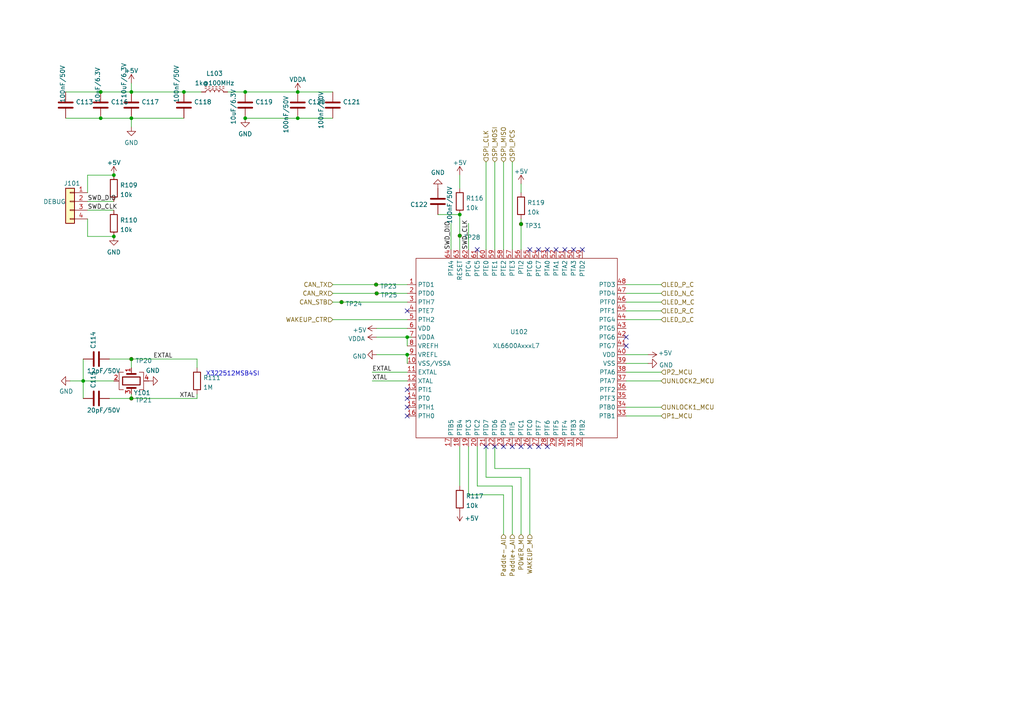
<source format=kicad_sch>
(kicad_sch (version 20211123) (generator eeschema)
  (paper "A4")
  (lib_symbols
    (symbol "C_1" (pin_numbers hide) (pin_names (offset 0.254))
      (property "Reference" "C" (at 0.635 2.54 0))
      (property "Value" "C_1" (at 0.635 -2.54 0))
      (symbol "C_1_0_1"
        (polyline (pts (xy -2.032 -0.762) (xy 2.032 -0.762)) (stroke (width 0.508)))
        (polyline (pts (xy -2.032 0.762) (xy 2.032 0.762)) (stroke (width 0.508)))
      )
      (symbol "C_1_1_1"
        (pin passive line (at 0 3.81 270) (length 2.794) (name "~") (number "1"))
        (pin passive line (at 0 -3.81 90) (length 2.794) (name "~") (number "2"))
      )
    )
    (symbol "C_2" (pin_numbers hide) (pin_names (offset 0.254))
      (property "Reference" "C" (at 0.635 2.54 0))
      (property "Value" "C_2" (at 0.635 -2.54 0))
      (symbol "C_2_0_1"
        (polyline (pts (xy -2.032 -0.762) (xy 2.032 -0.762)) (stroke (width 0.508)))
        (polyline (pts (xy -2.032 0.762) (xy 2.032 0.762)) (stroke (width 0.508)))
      )
      (symbol "C_2_1_1"
        (pin passive line (at 0 3.81 270) (length 2.794) (name "~") (number "1"))
        (pin passive line (at 0 -3.81 90) (length 2.794) (name "~") (number "2"))
      )
    )
    (symbol "C_3" (pin_numbers hide) (pin_names (offset 0.254))
      (property "Reference" "C" (at 0.635 2.54 0))
      (property "Value" "C_3" (at 0.635 -2.54 0))
      (symbol "C_3_0_1"
        (polyline (pts (xy -2.032 -0.762) (xy 2.032 -0.762)) (stroke (width 0.508)))
        (polyline (pts (xy -2.032 0.762) (xy 2.032 0.762)) (stroke (width 0.508)))
      )
      (symbol "C_3_1_1"
        (pin passive line (at 0 3.81 270) (length 2.794) (name "~") (number "1"))
        (pin passive line (at 0 -3.81 90) (length 2.794) (name "~") (number "2"))
      )
    )
    (symbol "C_4" (pin_numbers hide) (pin_names (offset 0.254))
      (property "Reference" "C" (at 0.635 2.54 0))
      (property "Value" "C_4" (at 0.635 -2.54 0))
      (symbol "C_4_0_1"
        (polyline (pts (xy -2.032 -0.762) (xy 2.032 -0.762)) (stroke (width 0.508)))
        (polyline (pts (xy -2.032 0.762) (xy 2.032 0.762)) (stroke (width 0.508)))
      )
      (symbol "C_4_1_1"
        (pin passive line (at 0 3.81 270) (length 2.794) (name "~") (number "1"))
        (pin passive line (at 0 -3.81 90) (length 2.794) (name "~") (number "2"))
      )
    )
    (symbol "C_5" (pin_numbers hide) (pin_names (offset 0.254))
      (property "Reference" "C" (at 0.635 2.54 0))
      (property "Value" "C_5" (at 0.635 -2.54 0))
      (symbol "C_5_0_1"
        (polyline (pts (xy -2.032 -0.762) (xy 2.032 -0.762)) (stroke (width 0.508)))
        (polyline (pts (xy -2.032 0.762) (xy 2.032 0.762)) (stroke (width 0.508)))
      )
      (symbol "C_5_1_1"
        (pin passive line (at 0 3.81 270) (length 2.794) (name "~") (number "1"))
        (pin passive line (at 0 -3.81 90) (length 2.794) (name "~") (number "2"))
      )
    )
    (symbol "C_6" (pin_numbers hide) (pin_names (offset 0.254))
      (property "Reference" "C" (at 0.635 2.54 0))
      (property "Value" "C_6" (at 0.635 -2.54 0))
      (symbol "C_6_0_1"
        (polyline (pts (xy -2.032 -0.762) (xy 2.032 -0.762)) (stroke (width 0.508)))
        (polyline (pts (xy -2.032 0.762) (xy 2.032 0.762)) (stroke (width 0.508)))
      )
      (symbol "C_6_1_1"
        (pin passive line (at 0 3.81 270) (length 2.794) (name "~") (number "1"))
        (pin passive line (at 0 -3.81 90) (length 2.794) (name "~") (number "2"))
      )
    )
    (symbol "C_7" (pin_numbers hide) (pin_names (offset 0.254))
      (property "Reference" "C" (at 0.635 2.54 0))
      (property "Value" "C_7" (at 0.635 -2.54 0))
      (symbol "C_7_0_1"
        (polyline (pts (xy -2.032 -0.762) (xy 2.032 -0.762)) (stroke (width 0.508)))
        (polyline (pts (xy -2.032 0.762) (xy 2.032 0.762)) (stroke (width 0.508)))
      )
      (symbol "C_7_1_1"
        (pin passive line (at 0 3.81 270) (length 2.794) (name "~") (number "1"))
        (pin passive line (at 0 -3.81 90) (length 2.794) (name "~") (number "2"))
      )
    )
    (symbol "C_8" (pin_numbers hide) (pin_names (offset 0.254))
      (property "Reference" "C" (at 0.635 2.54 0))
      (property "Value" "C_8" (at 0.635 -2.54 0))
      (symbol "C_8_0_1"
        (polyline (pts (xy -2.032 -0.762) (xy 2.032 -0.762)) (stroke (width 0.508)))
        (polyline (pts (xy -2.032 0.762) (xy 2.032 0.762)) (stroke (width 0.508)))
      )
      (symbol "C_8_1_1"
        (pin passive line (at 0 3.81 270) (length 2.794) (name "~") (number "1"))
        (pin passive line (at 0 -3.81 90) (length 2.794) (name "~") (number "2"))
      )
    )
    (symbol "C_9" (pin_numbers hide) (pin_names (offset 0.254))
      (property "Reference" "C" (at 0.635 2.54 0))
      (property "Value" "C_9" (at 0.635 -2.54 0))
      (symbol "C_9_0_1"
        (polyline (pts (xy -2.032 -0.762) (xy 2.032 -0.762)) (stroke (width 0.508)))
        (polyline (pts (xy -2.032 0.762) (xy 2.032 0.762)) (stroke (width 0.508)))
      )
      (symbol "C_9_1_1"
        (pin passive line (at 0 3.81 270) (length 2.794) (name "~") (number "1"))
        (pin passive line (at 0 -3.81 90) (length 2.794) (name "~") (number "2"))
      )
    )
    (symbol "Connector:TestPoint_Small" (pin_numbers hide) (pin_names (offset 0.762) hide)
      (property "Reference" "TP" (at 0 3.81 0))
      (property "Value" "TestPoint_Small" (at 0 2.032 0))
      (symbol "TestPoint_Small_0_1"
        (circle (center 0 0) (radius 0.508))
      )
      (symbol "TestPoint_Small_1_1"
        (pin passive line (at 0 0 90) (length 0) (name "1") (number "1"))
      )
    )
    (symbol "Connector_Generic:Conn_01x04" (pin_names (offset 1.016) hide)
      (property "Reference" "J" (at 0 5.08 0))
      (property "Value" "Conn_01x04" (at 0 -7.62 0))
      (symbol "Conn_01x04_1_1"
        (rectangle (start -1.27 -4.953) (end 0 -5.207) (stroke (width 0.1524)))
        (rectangle (start -1.27 -2.413) (end 0 -2.667) (stroke (width 0.1524)))
        (rectangle (start -1.27 0.127) (end 0 -0.127) (stroke (width 0.1524)))
        (rectangle (start -1.27 2.667) (end 0 2.413) (stroke (width 0.1524)))
        (rectangle (start -1.27 3.81) (end 1.27 -6.35) (stroke (width 0.254)) (fill (type background)))
        (pin passive line (at -5.08 2.54 0) (length 3.81) (name "Pin_1") (number "1"))
        (pin passive line (at -5.08 0 0) (length 3.81) (name "Pin_2") (number "2"))
        (pin passive line (at -5.08 -2.54 0) (length 3.81) (name "Pin_3") (number "3"))
        (pin passive line (at -5.08 -5.08 0) (length 3.81) (name "Pin_4") (number "4"))
      )
    )
    (symbol "Device:C" (pin_numbers hide) (pin_names (offset 0.254))
      (property "Reference" "C" (at 0.635 2.54 0))
      (property "Value" "C" (at 0.635 -2.54 0))
      (symbol "C_0_1"
        (polyline (pts (xy -2.032 -0.762) (xy 2.032 -0.762)) (stroke (width 0.508)))
        (polyline (pts (xy -2.032 0.762) (xy 2.032 0.762)) (stroke (width 0.508)))
      )
      (symbol "C_1_1"
        (pin passive line (at 0 3.81 270) (length 2.794) (name "~") (number "1"))
        (pin passive line (at 0 -3.81 90) (length 2.794) (name "~") (number "2"))
      )
    )
    (symbol "Device:Crystal_GND24" (pin_names (offset 1.016) hide)
      (property "Reference" "Y" (at 3.175 5.08 0))
      (property "Value" "Crystal_GND24" (at 3.175 3.175 0))
      (symbol "Crystal_GND24_0_1"
        (rectangle (start -1.143 2.54) (end 1.143 -2.54) (stroke (width 0.3048)))
        (polyline (pts (xy -2.54 0) (xy -2.032 0)))
        (polyline (pts (xy -2.032 -1.27) (xy -2.032 1.27)) (stroke (width 0.508)))
        (polyline (pts (xy 0 -3.81) (xy 0 -3.556)))
        (polyline (pts (xy 0 3.556) (xy 0 3.81)))
        (polyline (pts (xy 2.032 -1.27) (xy 2.032 1.27)) (stroke (width 0.508)))
        (polyline (pts (xy 2.032 0) (xy 2.54 0)))
        (polyline (pts (xy -2.54 -2.286) (xy -2.54 -3.556) (xy 2.54 -3.556) (xy 2.54 -2.286)))
        (polyline (pts (xy -2.54 2.286) (xy -2.54 3.556) (xy 2.54 3.556) (xy 2.54 2.286)))
      )
      (symbol "Crystal_GND24_1_1"
        (pin passive line (at -3.81 0 0) (length 1.27) (name "1") (number "1"))
        (pin passive line (at 0 5.08 270) (length 1.27) (name "2") (number "2"))
        (pin passive line (at 3.81 0 180) (length 1.27) (name "3") (number "3"))
        (pin passive line (at 0 -5.08 90) (length 1.27) (name "4") (number "4"))
      )
    )
    (symbol "Device:L_Ferrite" (pin_numbers hide) (pin_names (offset 1.016) hide)
      (property "Reference" "L" (at -1.27 0 90))
      (property "Value" "L_Ferrite" (at 2.794 0 90))
      (symbol "L_Ferrite_0_1"
        (arc (start 0 -2.54) (mid 0.635 -1.905) (end 0 -1.27))
        (arc (start 0 -1.27) (mid 0.635 -0.635) (end 0 0))
        (polyline (pts (xy 1.016 -2.794) (xy 1.016 -2.286)))
        (polyline (pts (xy 1.016 -1.778) (xy 1.016 -1.27)))
        (polyline (pts (xy 1.016 -0.762) (xy 1.016 -0.254)))
        (polyline (pts (xy 1.016 0.254) (xy 1.016 0.762)))
        (polyline (pts (xy 1.016 1.27) (xy 1.016 1.778)))
        (polyline (pts (xy 1.016 2.286) (xy 1.016 2.794)))
        (polyline (pts (xy 1.524 -2.286) (xy 1.524 -2.794)))
        (polyline (pts (xy 1.524 -1.27) (xy 1.524 -1.778)))
        (polyline (pts (xy 1.524 -0.254) (xy 1.524 -0.762)))
        (polyline (pts (xy 1.524 0.762) (xy 1.524 0.254)))
        (polyline (pts (xy 1.524 1.778) (xy 1.524 1.27)))
        (polyline (pts (xy 1.524 2.794) (xy 1.524 2.286)))
        (arc (start 0 0) (mid 0.635 0.635) (end 0 1.27))
        (arc (start 0 1.27) (mid 0.635 1.905) (end 0 2.54))
      )
      (symbol "L_Ferrite_1_1"
        (pin passive line (at 0 3.81 270) (length 1.27) (name "1") (number "1"))
        (pin passive line (at 0 -3.81 90) (length 1.27) (name "2") (number "2"))
      )
    )
    (symbol "Device:R" (pin_numbers hide) (pin_names (offset 0))
      (property "Reference" "R" (at 2.032 0 90))
      (property "Value" "R" (at 0 0 90))
      (symbol "R_0_1"
        (rectangle (start -1.016 -2.54) (end 1.016 2.54) (stroke (width 0.254)))
      )
      (symbol "R_1_1"
        (pin passive line (at 0 3.81 270) (length 1.27) (name "~") (number "1"))
        (pin passive line (at 0 -3.81 90) (length 1.27) (name "~") (number "2"))
      )
    )
    (symbol "GODPP:XL6600AxxxL7"
      (property "Reference" "U" (at 0 3.81 0))
      (property "Value" "XL6600AxxxL7" (at 0 -1.27 0))
      (symbol "XL6600AxxxL7_0_0"
        (pin power_out line (at -31.75 -5.08 0) (length 2.54) (name "VSS/VSSA") (number "10"))
        (pin bidirectional line (at -31.75 -7.62 0) (length 2.54) (name "EXTAL") (number "11"))
        (pin bidirectional line (at -31.75 -10.16 0) (length 2.54) (name "XTAL") (number "12"))
        (pin bidirectional line (at -31.75 -12.7 0) (length 2.54) (name "PTI1") (number "13"))
        (pin bidirectional line (at -31.75 -15.24 0) (length 2.54) (name "PT0") (number "14"))
        (pin bidirectional line (at -31.75 -17.78 0) (length 2.54) (name "PTH1") (number "15"))
        (pin bidirectional line (at -31.75 -20.32 0) (length 2.54) (name "PTH0") (number "16"))
        (pin bidirectional line (at -19.05 -29.21 90) (length 2.54) (name "PTB5") (number "17"))
        (pin bidirectional line (at -16.51 -29.21 90) (length 2.54) (name "PTB4") (number "18"))
        (pin bidirectional line (at -13.97 -29.21 90) (length 2.54) (name "PTC3") (number "19"))
        (pin bidirectional line (at -11.43 -29.21 90) (length 2.54) (name "PTC2") (number "20"))
        (pin bidirectional line (at -8.89 -29.21 90) (length 2.54) (name "PTD7") (number "21"))
        (pin bidirectional line (at -6.35 -29.21 90) (length 2.54) (name "PTD6") (number "22"))
        (pin bidirectional line (at -3.81 -29.21 90) (length 2.54) (name "PTD5") (number "23"))
        (pin bidirectional line (at -1.27 -29.21 90) (length 2.54) (name "PTI5") (number "24"))
        (pin bidirectional line (at 1.27 -29.21 90) (length 2.54) (name "PTC1") (number "25"))
        (pin bidirectional line (at 3.81 -29.21 90) (length 2.54) (name "PTC0") (number "26"))
        (pin bidirectional line (at 6.35 -29.21 90) (length 2.54) (name "PTF7") (number "27"))
        (pin bidirectional line (at 8.89 -29.21 90) (length 2.54) (name "PTF6") (number "28"))
        (pin bidirectional line (at 11.43 -29.21 90) (length 2.54) (name "PTF5") (number "29"))
        (pin bidirectional line (at 13.97 -29.21 90) (length 2.54) (name "PTF4") (number "30"))
        (pin bidirectional line (at 16.51 -29.21 90) (length 2.54) (name "PTB3") (number "31"))
        (pin bidirectional line (at 19.05 -29.21 90) (length 2.54) (name "PTB2") (number "32"))
        (pin bidirectional line (at 31.75 -17.78 180) (length 2.54) (name "PTB0") (number "34"))
        (pin bidirectional line (at 31.75 -15.24 180) (length 2.54) (name "PTF3") (number "35"))
        (pin bidirectional line (at 31.75 -12.7 180) (length 2.54) (name "PTF2") (number "36"))
        (pin bidirectional line (at 31.75 -10.16 180) (length 2.54) (name "PTA7") (number "37"))
        (pin bidirectional line (at 31.75 -7.62 180) (length 2.54) (name "PTA6") (number "38"))
        (pin power_out line (at 31.75 -5.08 180) (length 2.54) (name "VSS") (number "39"))
        (pin power_in line (at 31.75 -2.54 180) (length 2.54) (name "VDD") (number "40"))
        (pin bidirectional line (at 31.75 0 180) (length 2.54) (name "PTG7") (number "41"))
        (pin bidirectional line (at 31.75 2.54 180) (length 2.54) (name "PTG6") (number "42"))
        (pin bidirectional line (at 31.75 5.08 180) (length 2.54) (name "PTG5") (number "43"))
        (pin bidirectional line (at 31.75 7.62 180) (length 2.54) (name "PTG4") (number "44"))
        (pin bidirectional line (at 31.75 10.16 180) (length 2.54) (name "PTF1") (number "45"))
        (pin bidirectional line (at 31.75 12.7 180) (length 2.54) (name "PTF0") (number "46"))
        (pin bidirectional line (at 31.75 15.24 180) (length 2.54) (name "PTD4") (number "47"))
        (pin bidirectional line (at 31.75 17.78 180) (length 2.54) (name "PTD3") (number "48"))
        (pin bidirectional line (at -31.75 7.62 0) (length 2.54) (name "PTH2") (number "5"))
        (pin bidirectional line (at 16.51 27.94 270) (length 2.54) (name "PTA3") (number "50"))
        (pin bidirectional line (at 13.97 27.94 270) (length 2.54) (name "PTA2") (number "51"))
        (pin bidirectional line (at 11.43 27.94 270) (length 2.54) (name "PTA1") (number "52"))
        (pin bidirectional line (at 8.89 27.94 270) (length 2.54) (name "PTA0") (number "53"))
        (pin bidirectional line (at 6.35 27.94 270) (length 2.54) (name "PTC7") (number "54"))
        (pin bidirectional line (at 3.81 27.94 270) (length 2.54) (name "PTC6") (number "55"))
        (pin bidirectional line (at 1.27 27.94 270) (length 2.54) (name "PTI2") (number "56"))
        (pin bidirectional line (at -1.27 27.94 270) (length 2.54) (name "PTE3") (number "57"))
        (pin bidirectional line (at -3.81 27.94 270) (length 2.54) (name "PTE2") (number "58"))
        (pin bidirectional line (at -6.35 27.94 270) (length 2.54) (name "PTE1") (number "59"))
        (pin power_in line (at -31.75 5.08 0) (length 2.54) (name "VDD") (number "6"))
        (pin bidirectional line (at -8.89 27.94 270) (length 2.54) (name "PTE0") (number "60"))
        (pin bidirectional line (at -11.43 27.94 270) (length 2.54) (name "PTC5") (number "61"))
        (pin bidirectional line (at -13.97 27.94 270) (length 2.54) (name "PTC4") (number "62"))
        (pin bidirectional line (at -16.51 27.94 270) (length 2.54) (name "RESET") (number "63"))
        (pin bidirectional line (at -19.05 27.94 270) (length 2.54) (name "PTA4") (number "64"))
        (pin power_in line (at -31.75 2.54 0) (length 2.54) (name "VDDA") (number "7"))
        (pin power_in line (at -31.75 0 0) (length 2.54) (name "VREFH") (number "8"))
        (pin power_out line (at -31.75 -2.54 0) (length 2.54) (name "VREFL") (number "9"))
      )
      (symbol "XL6600AxxxL7_0_1"
        (rectangle (start -29.21 25.4) (end 29.21 -26.67) (stroke (width 0.1524)))
      )
      (symbol "XL6600AxxxL7_1_1"
        (pin bidirectional line (at -31.75 17.78 0) (length 2.54) (name "PTD1") (number "1"))
        (pin bidirectional line (at -31.75 15.24 0) (length 2.54) (name "PTD0") (number "2"))
        (pin bidirectional line (at -31.75 12.7 0) (length 2.54) (name "PTH7") (number "3"))
        (pin bidirectional line (at 31.75 -20.32 180) (length 2.54) (name "PTB1") (number "33"))
        (pin bidirectional line (at -31.75 10.16 0) (length 2.54) (name "PTE7") (number "4"))
        (pin bidirectional line (at 19.05 27.94 270) (length 2.54) (name "PTD2") (number "49"))
      )
    )
    (symbol "power:+5V" (power) (pin_names (offset 0))
      (property "Value" "+5V" (at 0 3.556 0))
      (symbol "+5V_0_1"
        (polyline (pts (xy -0.762 1.27) (xy 0 2.54)))
        (polyline (pts (xy 0 0) (xy 0 2.54)))
        (polyline (pts (xy 0 2.54) (xy 0.762 1.27)))
      )
      (symbol "+5V_1_1"
        (pin power_in line (at 0 0 90) (length 0) hide (name "+5V") (number "1"))
      )
    )
    (symbol "power:GND" (power) (pin_names (offset 0))
      (property "Value" "GND" (at 0 -3.81 0))
      (symbol "GND_0_1"
        (polyline (pts (xy 0 0) (xy 0 -1.27) (xy 1.27 -1.27) (xy 0 -2.54) (xy -1.27 -1.27) (xy 0 -1.27)))
      )
      (symbol "GND_1_1"
        (pin power_in line (at 0 0 270) (length 0) hide (name "GND") (number "1"))
      )
    )
    (symbol "power:VDDA" (power) (pin_names (offset 0))
      (property "Value" "VDDA" (at 0 3.81 0))
      (symbol "VDDA_0_1"
        (polyline (pts (xy -0.762 1.27) (xy 0 2.54)))
        (polyline (pts (xy 0 0) (xy 0 2.54)))
        (polyline (pts (xy 0 2.54) (xy 0.762 1.27)))
      )
      (symbol "VDDA_1_1"
        (pin power_in line (at 0 0 90) (length 0) hide (name "VDDA") (number "1"))
      )
    )
  )
  (junction (at 99.06 87.63))
  (junction (at 24.13 110.49))
  (junction (at 71.12 26.67))
  (junction (at 38.1 26.67))
  (junction (at 133.35 62.23))
  (junction (at 109.0888 82.55))
  (junction (at 29.21 26.67))
  (junction (at 53.34 26.67))
  (junction (at 33.02 68.58))
  (junction (at 71.12 34.29))
  (junction (at 118.11 97.79))
  (junction (at 86.36 34.29))
  (junction (at 29.21 34.29))
  (junction (at 151.13 64.9905))
  (junction (at 38.1 115.57))
  (junction (at 86.36 26.67))
  (junction (at 133.35 68.3594))
  (junction (at 38.1 104.14))
  (junction (at 38.1 34.29))
  (junction (at 118.11 102.87))
  (junction (at 33.02 50.8))
  (junction (at 109.2542 85.09))
  (no_connect (at 138.43 72.39))
  (no_connect (at 158.75 72.39))
  (no_connect (at 118.11 90.17))
  (no_connect (at 118.11 113.03))
  (no_connect (at 118.11 115.57))
  (no_connect (at 118.11 118.11))
  (no_connect (at 118.11 120.65))
  (no_connect (at 140.97 129.54))
  (no_connect (at 143.51 129.54))
  (no_connect (at 146.05 129.54))
  (no_connect (at 148.59 129.54))
  (no_connect (at 151.13 129.54))
  (no_connect (at 153.67 72.39))
  (no_connect (at 153.67 129.54))
  (no_connect (at 156.21 72.39))
  (no_connect (at 156.21 129.54))
  (no_connect (at 158.75 129.54))
  (no_connect (at 163.83 72.39))
  (no_connect (at 166.37 72.39))
  (no_connect (at 168.91 72.39))
  (no_connect (at 181.61 97.79))
  (no_connect (at 181.61 100.33))
  (no_connect (at 161.29 72.39))
  (wire (pts (xy 181.61 102.87) (xy 187.96 102.87)))
  (wire (pts (xy 96.52 92.71) (xy 118.11 92.71)))
  (wire (pts (xy 146.05 46.99) (xy 146.05 72.39)))
  (wire (pts (xy 181.61 110.49) (xy 191.77 110.49)))
  (wire (pts (xy 138.43 129.54) (xy 138.43 140.97)))
  (wire (pts (xy 57.15 115.57) (xy 57.15 114.3)))
  (wire (pts (xy 181.61 118.11) (xy 191.77 118.11)))
  (wire (pts (xy 19.05 34.29) (xy 29.21 34.29)))
  (wire (pts (xy 29.21 34.29) (xy 38.1 34.29)))
  (wire (pts (xy 38.1 115.57) (xy 57.15 115.57)))
  (wire (pts (xy 107.95 110.49) (xy 118.11 110.49)))
  (wire (pts (xy 181.61 87.63) (xy 191.77 87.63)))
  (wire (pts (xy 109.22 97.79) (xy 118.11 97.79)))
  (wire (pts (xy 118.11 97.79) (xy 118.11 100.33)))
  (wire (pts (xy 118.11 97.79) (xy 119.38 97.79)))
  (wire (pts (xy 20.32 110.49) (xy 24.13 110.49)))
  (wire (pts (xy 135.89 64.77) (xy 135.89 72.39)))
  (wire (pts (xy 118.11 102.87) (xy 118.11 105.41)))
  (wire (pts (xy 71.12 34.29) (xy 86.36 34.29)))
  (wire (pts (xy 38.1 34.29) (xy 38.1 36.83)))
  (wire (pts (xy 107.95 107.95) (xy 118.11 107.95)))
  (wire (pts (xy 31.75 104.14) (xy 38.1 104.14)))
  (wire (pts (xy 38.1 104.14) (xy 38.1 106.68)))
  (wire (pts (xy 151.13 63.5) (xy 151.13 64.9905)))
  (wire (pts (xy 151.13 64.9905) (xy 151.13 72.39)))
  (wire (pts (xy 181.61 105.41) (xy 187.96 105.41)))
  (wire (pts (xy 66.04 26.67) (xy 71.12 26.67)))
  (wire (pts (xy 38.1 24.13) (xy 38.1 26.67)))
  (wire (pts (xy 96.52 82.55) (xy 109.0888 82.55)))
  (wire (pts (xy 109.0888 82.55) (xy 118.11 82.55)))
  (wire (pts (xy 96.52 87.63) (xy 99.06 87.63)))
  (wire (pts (xy 140.97 46.99) (xy 140.97 72.39)))
  (wire (pts (xy 109.22 95.25) (xy 118.11 95.25)))
  (wire (pts (xy 99.06 87.63) (xy 118.11 87.63)))
  (wire (pts (xy 71.12 26.67) (xy 86.36 26.67)))
  (wire (pts (xy 181.61 85.09) (xy 191.77 85.09)))
  (wire (pts (xy 133.35 50.8) (xy 133.35 54.61)))
  (wire (pts (xy 181.61 90.17) (xy 191.77 90.17)))
  (wire (pts (xy 143.51 46.99) (xy 143.51 72.39)))
  (wire (pts (xy 148.59 46.99) (xy 148.59 72.39)))
  (wire (pts (xy 138.43 140.97) (xy 148.59 140.97)))
  (wire (pts (xy 181.61 107.95) (xy 191.77 107.95)))
  (wire (pts (xy 19.05 26.67) (xy 29.21 26.67)))
  (wire (pts (xy 29.21 26.67) (xy 38.1 26.67)))
  (wire (pts (xy 181.61 120.65) (xy 191.77 120.65)))
  (wire (pts (xy 133.35 62.23) (xy 133.35 68.3594)))
  (wire (pts (xy 86.36 26.67) (xy 96.52 26.67)))
  (wire (pts (xy 133.35 68.3594) (xy 133.35 72.39)))
  (wire (pts (xy 140.97 129.54) (xy 140.97 138.43)))
  (wire (pts (xy 140.97 138.43) (xy 151.13 138.43)))
  (wire (pts (xy 151.13 138.43) (xy 151.13 154.94)))
  (wire (pts (xy 38.1 26.67) (xy 53.34 26.67)))
  (wire (pts (xy 31.75 115.57) (xy 38.1 115.57)))
  (wire (pts (xy 38.1 115.57) (xy 38.1 114.3)))
  (wire (pts (xy 146.05 154.94) (xy 146.05 143.51)))
  (wire (pts (xy 24.13 110.49) (xy 33.02 110.49)))
  (wire (pts (xy 96.52 85.09) (xy 109.2542 85.09)))
  (wire (pts (xy 109.2542 85.09) (xy 118.11 85.09)))
  (wire (pts (xy 133.35 129.54) (xy 133.35 140.97)))
  (wire (pts (xy 143.51 129.54) (xy 143.51 135.89)))
  (wire (pts (xy 143.51 135.89) (xy 153.67 135.89)))
  (wire (pts (xy 153.67 135.89) (xy 153.67 154.94)))
  (wire (pts (xy 25.4 60.96) (xy 33.02 60.96)))
  (wire (pts (xy 109.22 102.87) (xy 118.11 102.87)))
  (wire (pts (xy 151.13 53.34) (xy 151.13 55.88)))
  (wire (pts (xy 86.36 34.29) (xy 96.52 34.29)))
  (wire (pts (xy 25.4 50.8) (xy 33.02 50.8)))
  (wire (pts (xy 25.4 55.88) (xy 25.4 50.8)))
  (wire (pts (xy 53.34 26.67) (xy 58.42 26.67)))
  (wire (pts (xy 146.05 143.51) (xy 135.89 143.51)))
  (wire (pts (xy 148.59 140.97) (xy 148.59 154.94)))
  (wire (pts (xy 181.61 82.55) (xy 191.77 82.55)))
  (wire (pts (xy 127 62.23) (xy 133.35 62.23)))
  (wire (pts (xy 25.4 58.42) (xy 33.02 58.42)))
  (wire (pts (xy 24.13 104.14) (xy 24.13 110.49)))
  (wire (pts (xy 24.13 110.49) (xy 24.13 115.57)))
  (wire (pts (xy 38.1 34.29) (xy 53.34 34.29)))
  (wire (pts (xy 181.61 92.71) (xy 191.77 92.71)))
  (wire (pts (xy 135.89 129.54) (xy 135.89 143.51)))
  (wire (pts (xy 130.81 64.77) (xy 130.81 72.39)))
  (wire (pts (xy 25.4 63.5) (xy 25.4 68.58)))
  (wire (pts (xy 25.4 68.58) (xy 33.02 68.58)))
  (wire (pts (xy 38.1 104.14) (xy 57.15 104.14)))
  (wire (pts (xy 57.15 104.14) (xy 57.15 106.68)))
  (text "X322512MSB4SI" (at 59.69 109.22 0) (effects (font (size 1.27 1.27)) (justify left bottom)))
  (label "EXTAL" (at 44.45 104.14 0))
  (label "SWD_CLK" (at 25.4 60.96 0))
  (label "EXTAL" (at 107.95 107.95 0))
  (label "SWD_DIO" (at 25.4 58.42 0))
  (label "XTAL" (at 52.07 115.57 0))
  (label "SWD_CLK" (at 135.89 72.39 90))
  (label "SWD_DIO" (at 130.81 72.39 90))
  (label "XTAL" (at 107.95 110.49 0))
  (hierarchical_label "CAN_TX" (shape input) (at 96.52 82.55 180))
  (hierarchical_label "LED_N_C" (shape input) (at 191.77 85.09 0))
  (hierarchical_label "SPI_CLK" (shape input) (at 140.97 46.99 90))
  (hierarchical_label "P2_MCU" (shape input) (at 191.77 107.95 0))
  (hierarchical_label "WAKEUP_CTR" (shape input) (at 96.52 92.71 180))
  (hierarchical_label "CAN_RX" (shape input) (at 96.52 85.09 180))
  (hierarchical_label "CAN_STB" (shape input) (at 96.52 87.63 180))
  (hierarchical_label "UNLOCK1_MCU" (shape input) (at 191.77 118.11 0))
  (hierarchical_label "WAKEUP_M" (shape input) (at 153.67 154.94 270))
  (hierarchical_label "Paddle+_AI" (shape input) (at 148.59 154.94 270))
  (hierarchical_label "LED_P_C" (shape input) (at 191.77 82.55 0))
  (hierarchical_label "P1_MCU" (shape input) (at 191.77 120.65 0))
  (hierarchical_label "LED_D_C" (shape input) (at 191.77 92.71 0))
  (hierarchical_label "LED_R_C" (shape input) (at 191.77 90.17 0))
  (hierarchical_label "LED_M_C" (shape input) (at 191.77 87.63 0))
  (hierarchical_label "SPI_MOSI" (shape input) (at 143.51 46.99 90))
  (hierarchical_label "SPI_MISO" (shape input) (at 146.05 46.99 90))
  (hierarchical_label "Paddle-_AI" (shape input) (at 146.05 154.94 270))
  (hierarchical_label "POWER_M" (shape input) (at 151.13 154.94 270))
  (hierarchical_label "UNLOCK2_MCU" (shape input) (at 191.77 110.49 0))
  (hierarchical_label "SPI_PCS" (shape input) (at 148.59 46.99 90))
  (symbol (lib_name "C_8") (lib_id "Device:C") (at 127 58.42 180) (unit 1)
    (property "Reference" "C122" (at 124.079 59.3285 0) (effects (justify left)))
    (property "Value" "100nF/50V" (at 130.429 54.0134 90) (effects (justify left)))
    (property "Footprint" "Capacitor_SMD:C_0603_1608Metric" (effects hide))
    (property "Manufacturer Product Number" " AC0603KRX7R9BB104" (effects hide))
    (property "Manufacturer" "YAGEO" (effects hide))
    (property "Description" "CAP CER 100nF 50V X7R 0603" (effects hide))
    (property "Descriptions" "CAP CER 100nF 50V X7R 0603" (effects hide))
  )
  (symbol (lib_id "power:VDDA") (at 86.36 26.67 0) (unit 1)
    (property "Reference" "#PWR0121" (effects hide))
    (property "Value" "VDDA" (at 86.36 23.0655 0))
  )
  (symbol (lib_name "C_5") (lib_id "Device:C") (at 71.12 30.48 0) (unit 1)
    (property "Reference" "C119" (at 74.041 29.5715 0) (effects (justify left)))
    (property "Value" "10uF/6.3V" (at 67.691 36.1566 90) (effects (justify left)))
    (property "Footprint" "Capacitor_SMD:C_0805_2012Metric" (effects hide))
    (property "Manufacturer Product Number" "CC0805KKX7R5BB106" (effects hide))
    (property "Manufacturer" "YAGEO" (effects hide))
    (property "Description" "CAP CER 10UF 6.3V X7R 0805" (effects hide))
    (property "Descriptions" "CAP CER 10UF 6.3V X7R 0805" (effects hide))
  )
  (symbol (lib_id "power:GND") (at 187.96 105.41 90) (unit 1)
    (property "Reference" "#PWR0130" (effects hide))
    (property "Value" "GND" (at 191.135 105.889 90) (effects (justify right)))
  )
  (symbol (lib_id "power:+5V") (at 187.96 102.87 270) (unit 1)
    (property "Reference" "#PWR0129" (effects hide))
    (property "Value" "+5V" (at 194.9449 102.391 90) (effects (justify right)))
  )
  (symbol (lib_id "power:GND") (at 43.18 110.49 90) (unit 1)
    (property "Reference" "#PWR0156" (effects hide))
    (property "Value" "GND" (at 46.3549 107.471 90) (effects (justify left)))
  )
  (symbol (lib_id "power:GND") (at 109.22 102.87 270) (unit 1)
    (property "Reference" "#PWR0124" (effects hide))
    (property "Value" "GND" (at 102.2351 103.349 90) (effects (justify left)))
  )
  (symbol (lib_id "power:GND") (at 127 54.61 180) (unit 1)
    (property "Reference" "#PWR0125" (effects hide))
    (property "Value" "GND" (at 127 50.0476 0))
  )
  (symbol (lib_id "power:GND") (at 38.1 36.83 0) (unit 1)
    (property "Reference" "#PWR0119" (effects hide))
    (property "Value" "GND" (at 38.1 41.3924 0))
  )
  (symbol (lib_id "power:GND") (at 33.02 68.58 0) (unit 1)
    (property "Reference" "#PWR0117" (effects hide))
    (property "Value" "GND" (at 33.02 73.1424 0))
  )
  (symbol (lib_id "power:+5V") (at 133.35 50.8 0) (unit 1)
    (property "Reference" "#PWR0126" (effects hide))
    (property "Value" "+5V" (at 133.35 47.1955 0))
  )
  (symbol (lib_id "Connector:TestPoint_Small") (at 151.13 64.9905 180) (unit 1)
    (property "Reference" "TP31" (at 152.273 65.4695 0) (effects (justify right)))
    (property "Value" "TestPoint_Small" (effects hide))
    (property "Footprint" "TestPoint:TestPoint_Pad_D1.0mm" (effects hide))
  )
  (symbol (lib_id "power:GND") (at 71.12 34.29 0) (unit 1)
    (property "Reference" "#PWR0120" (effects hide))
    (property "Value" "GND" (at 71.12 38.8524 0))
  )
  (symbol (lib_id "Device:R") (at 133.35 58.42 0) (unit 1)
    (property "Reference" "R116" (at 135.128 57.5115 0) (effects (justify left)))
    (property "Value" "10k" (at 135.128 60.2866 0) (effects (justify left)))
    (property "Footprint" "Resistor_SMD:R_0603_1608Metric" (effects hide))
    (property "Manufacturer" "RESI(开步睿思)" (effects hide))
    (property "Description" "RES 10k 1% 1/10W 0603" (effects hide))
    (property "Manufacturer Product Number" "AECR0603F10K0K9" (effects hide))
    (property "Descriptions" "RES 10k 1% 1/10W 0603" (effects hide))
  )
  (symbol (lib_id "Connector:TestPoint_Small") (at 109.0888 82.55 180) (unit 1)
    (property "Reference" "TP23" (at 110.2318 83.029 0) (effects (justify right)))
    (property "Value" "TestPoint_Small" (effects hide))
    (property "Footprint" "TestPoint:TestPoint_Pad_D1.0mm" (effects hide))
  )
  (symbol (lib_id "Device:R") (at 133.35 144.78 0) (unit 1)
    (property "Reference" "R117" (at 135.128 143.8715 0) (effects (justify left)))
    (property "Value" "10k" (at 135.128 146.6466 0) (effects (justify left)))
    (property "Footprint" "Resistor_SMD:R_0603_1608Metric" (effects hide))
    (property "Manufacturer" "RESI(开步睿思)" (effects hide))
    (property "Description" "RES 10k 1% 1/10W 0603" (effects hide))
    (property "Manufacturer Product Number" "AECR0603F10K0K9" (effects hide))
    (property "Descriptions" "RES 10k 1% 1/10W 0603" (effects hide))
  )
  (symbol (lib_name "C_6") (lib_id "Device:C") (at 86.36 30.48 0) (unit 1)
    (property "Reference" "C120" (at 89.281 29.5715 0) (effects (justify left)))
    (property "Value" "100nF/50V" (at 82.931 38.6966 90) (effects (justify left)))
    (property "Footprint" "Capacitor_SMD:C_0603_1608Metric" (effects hide))
    (property "Manufacturer Product Number" " AC0603KRX7R9BB104" (effects hide))
    (property "Manufacturer" "YAGEO" (effects hide))
    (property "Description" "CAP CER 100nF 50V X7R 0603" (effects hide))
    (property "Descriptions" "CAP CER 100nF 50V X7R 0603" (effects hide))
  )
  (symbol (lib_name "C_3") (lib_id "Device:C") (at 53.34 30.48 0) (unit 1)
    (property "Reference" "C118" (at 56.261 29.5715 0) (effects (justify left)))
    (property "Value" "100nF/50V" (at 51.181 29.8066 90) (effects (justify left)))
    (property "Footprint" "Capacitor_SMD:C_0603_1608Metric" (effects hide))
    (property "Manufacturer Product Number" " AC0603KRX7R9BB104" (effects hide))
    (property "Manufacturer" "YAGEO" (effects hide))
    (property "Description" "CAP CER 100nF 50V X7R 0603" (effects hide))
    (property "Descriptions" "CAP CER 100nF 50V X7R 0603" (effects hide))
  )
  (symbol (lib_id "power:GND") (at 20.32 110.49 270) (unit 1)
    (property "Reference" "#PWR0115" (effects hide))
    (property "Value" "GND" (at 17.1451 113.509 90) (effects (justify left)))
  )
  (symbol (lib_id "Connector:TestPoint_Small") (at 38.1 115.57 180) (unit 1)
    (property "Reference" "TP21" (at 39.243 116.049 0) (effects (justify right)))
    (property "Value" "TestPoint_Small" (effects hide))
    (property "Footprint" "TestPoint:TestPoint_Pad_D1.0mm" (effects hide))
  )
  (symbol (lib_id "Connector_Generic:Conn_01x04") (at 20.32 58.42 0) (mirror y) (unit 1)
    (property "Reference" "J101" (at 20.8915 53.1835 0))
    (property "Value" "DEBUG" (at 15.8115 58.4986 0))
    (property "Footprint" "Connector_PinHeader_2.54mm:PinHeader_1x04_P2.54mm_Vertical" (effects hide))
  )
  (symbol (lib_name "C_9") (lib_id "Device:C") (at 27.94 104.14 90) (unit 1)
    (property "Reference" "C114" (at 27.0315 101.219 0) (effects (justify left)))
    (property "Value" "12pF/50V" (at 34.8866 107.569 90) (effects (justify left)))
    (property "Footprint" "Capacitor_SMD:C_0603_1608Metric" (effects hide))
    (property "Manufacturer Product Number" "AC0603JRNPO9BN120" (effects hide))
    (property "Manufacturer" "YAGEO" (effects hide))
    (property "Description" "CAP CER 12PF 50V N0P 0603" (effects hide))
    (property "Descriptions" "CAP CER 12PF 50V N0P 0603" (effects hide))
  )
  (symbol (lib_id "Device:R") (at 151.13 59.69 0) (unit 1)
    (property "Reference" "R119" (at 152.908 58.7815 0) (effects (justify left)))
    (property "Value" "10k" (at 152.908 61.5566 0) (effects (justify left)))
    (property "Footprint" "Resistor_SMD:R_0603_1608Metric" (effects hide))
    (property "Manufacturer" "RESI(开步睿思)" (effects hide))
    (property "Description" "RES 10k 1% 1/10W 0603" (effects hide))
    (property "Manufacturer Product Number" "AECR0603F10K0K9" (effects hide))
    (property "Descriptions" "RES 10k 1% 1/10W 0603" (effects hide))
  )
  (symbol (lib_id "Connector:TestPoint_Small") (at 109.2542 85.09 180) (unit 1)
    (property "Reference" "TP25" (at 110.3972 85.569 0) (effects (justify right)))
    (property "Value" "TestPoint_Small" (effects hide))
    (property "Footprint" "TestPoint:TestPoint_Pad_D1.0mm" (effects hide))
  )
  (symbol (lib_id "power:+5V") (at 38.1 24.13 0) (unit 1)
    (property "Reference" "#PWR0118" (effects hide))
    (property "Value" "+5V" (at 38.1 20.5255 0))
  )
  (symbol (lib_id "power:+5V") (at 133.35 148.59 180) (unit 1)
    (property "Reference" "#PWR0127" (effects hide))
    (property "Value" "+5V" (at 134.747 150.3389 0) (effects (justify right)))
  )
  (symbol (lib_name "C_4") (lib_id "Device:C") (at 38.1 30.48 0) (unit 1)
    (property "Reference" "C117" (at 41.021 29.5715 0) (effects (justify left)))
    (property "Value" "10uF/6.3V" (at 35.941 28.5366 90) (effects (justify left)))
    (property "Footprint" "Capacitor_SMD:C_0805_2012Metric" (effects hide))
    (property "Manufacturer Product Number" "CC0805KKX7R5BB106" (effects hide))
    (property "Manufacturer" "YAGEO" (effects hide))
    (property "Description" "CAP CER 10UF 6.3V X7R 0805" (effects hide))
    (property "Descriptions" "CAP CER 10UF 6.3V X7R 0805" (effects hide))
  )
  (symbol (lib_name "C_1") (lib_id "Device:C") (at 19.05 30.48 0) (unit 1)
    (property "Reference" "C113" (at 21.971 29.5715 0) (effects (justify left)))
    (property "Value" "100nF/50V" (at 18.161 29.8066 90) (effects (justify left)))
    (property "Footprint" "Capacitor_SMD:C_0603_1608Metric" (effects hide))
    (property "Manufacturer Product Number" " AC0603KRX7R9BB104" (effects hide))
    (property "Manufacturer" "YAGEO" (effects hide))
    (property "Description" "CAP CER 100nF 50V X7R 0603" (effects hide))
    (property "Descriptions" "CAP CER 100nF 50V X7R 0603" (effects hide))
  )
  (symbol (lib_id "Device:L_Ferrite") (at 62.23 26.67 90) (unit 1)
    (property "Reference" "L103" (at 62.23 21.3064 90))
    (property "Value" "1k@100MHz" (at 62.23 24.0815 90))
    (property "Footprint" "Resistor_SMD:R_0603_1608Metric" (effects hide))
    (property "Description" "FERRITEBEAD SMD AUTOMOTIVE POWER" (effects hide))
    (property "Manufacturer" "Murata Electronics" (effects hide))
    (property "Manufacturer Product Number" "BLM18RK102SN1D" (effects hide))
    (property "Descriptions" "FERRITEBEAD SMD AUTOMOTIVE POWER" (effects hide))
  )
  (symbol (lib_id "Device:Crystal_GND24") (at 38.1 110.49 90) (mirror x) (unit 1)
    (property "Reference" "Y101" (at 38.7351 113.9385 90) (effects (justify right)))
    (property "Value" "YSX321SC16MHZ" (effects hide))
    (property "Footprint" "Crystal:Crystal_SMD_3225-4Pin_3.2x2.5mm" (effects hide))
    (property "Description" "Crystal 16MHz SMD 3225" (effects hide))
    (property "Manufacturer" "YXC扬兴科技" (effects hide))
    (property "Manufacturer Product Number" "YSX321SC16MHZ" (effects hide))
    (property "Descriptions" "Crystal 16MHz SMD 3225" (effects hide))
  )
  (symbol (lib_id "power:+5V") (at 33.02 50.8 0) (unit 1)
    (property "Reference" "#PWR0116" (effects hide))
    (property "Value" "+5V" (at 33.02 47.1955 0))
  )
  (symbol (lib_id "Device:R") (at 33.02 54.61 0) (unit 1)
    (property "Reference" "R109" (at 34.798 53.7015 0) (effects (justify left)))
    (property "Value" "10k" (at 34.798 56.4766 0) (effects (justify left)))
    (property "Footprint" "Resistor_SMD:R_0603_1608Metric" (effects hide))
    (property "Manufacturer" "RESI(开步睿思)" (effects hide))
    (property "Description" "RES 10k 1% 1/10W 0603" (effects hide))
    (property "Manufacturer Product Number" "AECR0603F10K0K9" (effects hide))
    (property "Descriptions" "RES 10k 1% 1/10W 0603" (effects hide))
  )
  (symbol (lib_name "C_2") (lib_id "Device:C") (at 29.21 30.48 0) (unit 1)
    (property "Reference" "C116" (at 32.131 29.5715 0) (effects (justify left)))
    (property "Value" "10uF/6.3V" (at 28.321 29.8066 90) (effects (justify left)))
    (property "Footprint" "Capacitor_SMD:C_0805_2012Metric" (effects hide))
    (property "Manufacturer Product Number" "CC0805KKX7R5BB106" (effects hide))
    (property "Manufacturer" "YAGEO" (effects hide))
    (property "Description" "CAP CER 10UF 6.3V X7R 0805" (effects hide))
    (property "Descriptions" "CAP CER 10UF 6.3V X7R 0805" (effects hide))
  )
  (symbol (lib_id "Connector:TestPoint_Small") (at 38.1 104.14 180) (unit 1)
    (property "Reference" "TP20" (at 39.243 104.619 0) (effects (justify right)))
    (property "Value" "TestPoint_Small" (effects hide))
    (property "Footprint" "TestPoint:TestPoint_Pad_D1.0mm" (effects hide))
  )
  (symbol (lib_id "GODPP:XL6600AxxxL7") (at 149.86 100.33 0) (unit 1)
    (property "Reference" "U102" (at 147.9551 96.2465 0) (effects (justify left)))
    (property "Value" "XL6600AxxxL7" (at 142.8751 100.2916 0) (effects (justify left)))
    (property "Footprint" "Package_QFP:LQFP-64_10x10mm_P0.5mm" (effects hide))
    (property "Description" "IC Cotex-M3 256k Flash 24k RAM 8k EEPEOM LQFP64" (effects hide))
    (property "Manufacturer" "Chipways" (effects hide))
    (property "Manufacturer Product Number" "XL6600A522L7" (effects hide))
    (property "Descriptions" "IC Cotex-M3 256k Flash 24k RAM 8k EEPEOM LQFP64" (effects hide))
  )
  (symbol (lib_id "Device:R") (at 33.02 64.77 0) (unit 1)
    (property "Reference" "R110" (at 34.798 63.8615 0) (effects (justify left)))
    (property "Value" "10k" (at 34.798 66.6366 0) (effects (justify left)))
    (property "Footprint" "Resistor_SMD:R_0603_1608Metric" (effects hide))
    (property "Manufacturer" "RESI(开步睿思)" (effects hide))
    (property "Description" "RES 10k 1% 1/10W 0603" (effects hide))
    (property "Manufacturer Product Number" "AECR0603F10K0K9" (effects hide))
    (property "Descriptions" "RES 10k 1% 1/10W 0603" (effects hide))
  )
  (symbol (lib_name "C_7") (lib_id "Device:C") (at 96.52 30.48 0) (unit 1)
    (property "Reference" "C121" (at 99.441 29.5715 0) (effects (justify left)))
    (property "Value" "100nF/50V" (at 93.091 37.4266 90) (effects (justify left)))
    (property "Footprint" "Capacitor_SMD:C_0603_1608Metric" (effects hide))
    (property "Manufacturer Product Number" " AC0603KRX7R9BB104" (effects hide))
    (property "Manufacturer" "YAGEO" (effects hide))
    (property "Description" "CAP CER 100nF 50V X7R 0603" (effects hide))
    (property "Descriptions" "CAP CER 100nF 50V X7R 0603" (effects hide))
  )
  (symbol (lib_id "power:+5V") (at 151.13 53.34 0) (unit 1)
    (property "Reference" "#PWR0128" (effects hide))
    (property "Value" "+5V" (at 151.13 49.7355 0))
  )
  (symbol (lib_id "Device:C") (at 27.94 115.57 90) (unit 1)
    (property "Reference" "C115" (at 27.0315 112.649 0) (effects (justify left)))
    (property "Value" "20pF/50V" (at 34.8866 118.999 90) (effects (justify left)))
    (property "Footprint" "Capacitor_SMD:C_0603_1608Metric" (effects hide))
    (property "Manufacturer Product Number" " AC0603JRNPO9BN200" (effects hide))
    (property "Manufacturer" "YAGEO" (effects hide))
    (property "Description" "CAP CER 20PF 50V N0P 0603" (effects hide))
    (property "Descriptions" "CAP CER 20PF 50V N0P 0603" (effects hide))
  )
  (symbol (lib_id "Connector:TestPoint_Small") (at 99.06 87.63 180) (unit 1)
    (property "Reference" "TP24" (at 100.203 88.109 0) (effects (justify right)))
    (property "Value" "TestPoint_Small" (effects hide))
    (property "Footprint" "TestPoint:TestPoint_Pad_D1.0mm" (effects hide))
  )
  (symbol (lib_id "power:+5V") (at 109.22 95.25 90) (unit 1)
    (property "Reference" "#PWR0122" (effects hide))
    (property "Value" "+5V" (at 102.2351 95.729 90) (effects (justify right)))
  )
  (symbol (lib_id "Connector:TestPoint_Small") (at 133.35 68.3594 180) (unit 1)
    (property "Reference" "TP28" (at 134.493 68.8384 0) (effects (justify right)))
    (property "Value" "TestPoint_Small" (effects hide))
    (property "Footprint" "TestPoint:TestPoint_Pad_D1.0mm" (effects hide))
  )
  (symbol (lib_id "Device:R") (at 57.15 110.49 0) (unit 1)
    (property "Reference" "R111" (at 58.928 109.5815 0) (effects (justify left)))
    (property "Value" "1M" (at 58.928 112.3566 0) (effects (justify left)))
    (property "Footprint" "Resistor_SMD:R_0603_1608Metric" (effects hide))
    (property "Manufacturer" "RESI(开步睿思)" (effects hide))
    (property "Description" "RES 1M 1% 1/10W 0603" (effects hide))
    (property "Manufacturer Product Number" "AECR0603F1M00K9" (effects hide))
    (property "Descriptions" "RES 1M 1% 1/10W 0603" (effects hide))
  )
  (symbol (lib_id "power:VDDA") (at 109.22 97.79 90) (unit 1)
    (property "Reference" "#PWR0123" (effects hide))
    (property "Value" "VDDA" (at 100.9651 98.269 90) (effects (justify right)))
  )
)
</source>
